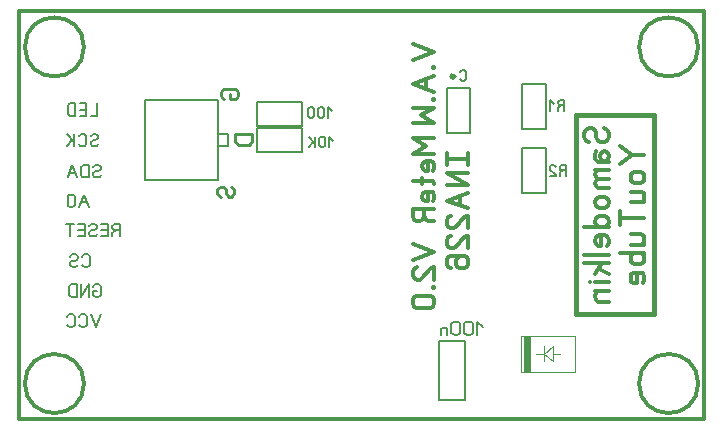
<source format=gbr>
%FSLAX34Y34*%
%MOMM*%
%LNSILK_BOTTOM*%
G71*
G01*
%ADD10C, 0.37*%
%ADD11C, 0.40*%
%ADD12C, 0.15*%
%ADD13C, 0.21*%
%ADD14C, 0.20*%
%ADD15C, 0.25*%
%ADD16C, 0.16*%
%ADD17C, 0.32*%
%ADD18C, 0.30*%
%ADD19C, 0.19*%
%ADD20C, 0.00*%
%LPD*%
G54D10*
X503646Y893035D02*
X506202Y891502D01*
X507480Y888435D01*
X507480Y885369D01*
X506202Y882302D01*
X503646Y880769D01*
X501091Y880769D01*
X498535Y882302D01*
X497257Y885369D01*
X497257Y888435D01*
X495980Y891502D01*
X493424Y893035D01*
X490868Y893035D01*
X488313Y891502D01*
X487035Y888435D01*
X487035Y885369D01*
X488313Y882302D01*
X490868Y880769D01*
G54D10*
X497257Y873612D02*
X495980Y870546D01*
X495980Y866866D01*
X498535Y864412D01*
X507480Y864412D01*
G54D10*
X503646Y864412D02*
X501091Y865946D01*
X500580Y869012D01*
X501091Y872079D01*
X503646Y873612D01*
X506202Y872999D01*
X507480Y870546D01*
X507480Y869012D01*
X507480Y868399D01*
X506202Y865946D01*
X503646Y864412D01*
G54D10*
X507480Y857256D02*
X495980Y857256D01*
G54D10*
X498024Y857256D02*
X495980Y854190D01*
X496746Y851123D01*
X498535Y849590D01*
X507480Y849590D01*
G54D10*
X498024Y849590D02*
X495980Y846523D01*
X496746Y843456D01*
X498535Y841923D01*
X507480Y841923D01*
G54D10*
X504413Y825567D02*
X499302Y825567D01*
X496746Y827101D01*
X495980Y830167D01*
X496746Y833234D01*
X499302Y834767D01*
X504413Y834767D01*
X506968Y833234D01*
X507480Y830167D01*
X506968Y827101D01*
X504413Y825567D01*
G54D10*
X507480Y809211D02*
X487035Y809211D01*
G54D10*
X499302Y809211D02*
X496746Y810745D01*
X495980Y813811D01*
X496746Y816878D01*
X499302Y818411D01*
X504413Y818411D01*
X506969Y816878D01*
X507480Y813811D01*
X506968Y810745D01*
X504413Y809211D01*
G54D10*
X506202Y792855D02*
X507480Y795309D01*
X507480Y798375D01*
X506202Y801442D01*
X503646Y802055D01*
X499302Y802055D01*
X496746Y800522D01*
X495980Y797455D01*
X496746Y794389D01*
X498535Y792855D01*
X501091Y792855D01*
X501091Y802055D01*
G54D10*
X507480Y785699D02*
X487035Y785699D01*
G54D10*
X507480Y778543D02*
X487035Y778543D01*
G54D10*
X499813Y773943D02*
X507480Y769343D01*
G54D10*
X502368Y778543D02*
X495980Y769343D01*
G54D10*
X507480Y762187D02*
X495980Y762187D01*
G54D10*
X492146Y762187D02*
X492146Y762187D01*
G54D10*
X507480Y755031D02*
X495980Y755031D01*
G54D10*
X498535Y755031D02*
X496746Y753498D01*
X495980Y750431D01*
X496746Y747365D01*
X498535Y745831D01*
X507480Y745831D01*
G54D10*
X517198Y877954D02*
X527420Y870288D01*
X537642Y870287D01*
G54D10*
X527420Y870288D02*
X517198Y862621D01*
G54D10*
X534575Y846265D02*
X529464Y846265D01*
X526909Y847798D01*
X526142Y850865D01*
X526909Y853932D01*
X529464Y855465D01*
X534575Y855465D01*
X537131Y853932D01*
X537642Y850865D01*
X537131Y847798D01*
X534575Y846265D01*
G54D10*
X526142Y829909D02*
X537642Y829909D01*
G54D10*
X535087Y829909D02*
X537131Y831443D01*
X537642Y834509D01*
X537131Y837576D01*
X535087Y839109D01*
X526142Y839109D01*
G54D10*
X537642Y816620D02*
X517198Y816620D01*
G54D10*
X517198Y822753D02*
X517198Y810487D01*
G54D10*
X526142Y794130D02*
X537642Y794130D01*
G54D10*
X535086Y794130D02*
X537131Y795664D01*
X537642Y798730D01*
X537131Y801797D01*
X535087Y803330D01*
X526142Y803330D01*
G54D10*
X537642Y786974D02*
X517198Y786974D01*
G54D10*
X529464Y786974D02*
X526909Y785441D01*
X526142Y782374D01*
X526909Y779308D01*
X529464Y777774D01*
X534575Y777774D01*
X537131Y779308D01*
X537642Y782374D01*
X537131Y785441D01*
X534575Y786974D01*
G54D10*
X536364Y761418D02*
X537642Y763872D01*
X537642Y766938D01*
X536364Y770005D01*
X533809Y770618D01*
X529464Y770618D01*
X526909Y769085D01*
X526142Y766018D01*
X526909Y762952D01*
X528698Y761418D01*
X531253Y761418D01*
X531253Y770618D01*
G54D11*
X546248Y904148D02*
X546248Y735873D01*
X479573Y735873D01*
X479573Y904148D01*
X546248Y904148D01*
G54D12*
X363650Y712675D02*
X385650Y712675D01*
X385650Y662675D01*
X363650Y662675D01*
X363650Y712675D01*
G54D13*
X400803Y724743D02*
X396469Y729076D01*
X396469Y717521D01*
G54D13*
X385492Y726910D02*
X385492Y719688D01*
X386359Y718243D01*
X388092Y717521D01*
X389826Y717521D01*
X391559Y718243D01*
X392426Y719688D01*
X392426Y726910D01*
X391559Y728354D01*
X389826Y729076D01*
X388092Y729076D01*
X386359Y728354D01*
X385492Y726910D01*
G54D13*
X374515Y726910D02*
X374515Y719688D01*
X375382Y718243D01*
X377115Y717521D01*
X378849Y717521D01*
X380582Y718243D01*
X381449Y719688D01*
X381449Y726910D01*
X380582Y728354D01*
X378849Y729076D01*
X377115Y729076D01*
X375382Y728354D01*
X374515Y726910D01*
G54D13*
X370472Y717521D02*
X370472Y724021D01*
G54D13*
X370472Y722576D02*
X369605Y723588D01*
X367872Y724021D01*
X366138Y723588D01*
X365272Y722576D01*
X365272Y717521D01*
G54D14*
X177150Y848850D02*
X177150Y916350D01*
X114650Y916350D01*
X114650Y848850D01*
G54D14*
X177150Y848850D02*
X114650Y848850D01*
G54D14*
X177550Y877550D02*
X185050Y877550D01*
X185050Y887550D01*
X177550Y887550D01*
G54D15*
X186641Y921620D02*
X186641Y917353D01*
X191086Y917353D01*
X192864Y918420D01*
X193752Y920553D01*
X193752Y922686D01*
X192864Y924820D01*
X191086Y925886D01*
X182197Y925886D01*
X180419Y924820D01*
X179530Y922686D01*
X179530Y920553D01*
X180419Y918420D01*
X182197Y917353D01*
G54D15*
X205764Y887501D02*
X191541Y887501D01*
X191541Y882168D01*
X192430Y880034D01*
X194208Y878967D01*
X203097Y878967D01*
X204875Y880034D01*
X205764Y882167D01*
X205764Y887501D01*
G54D15*
X187911Y843336D02*
X189689Y842270D01*
X190578Y840136D01*
X190578Y838003D01*
X189689Y835870D01*
X187911Y834803D01*
X186133Y834803D01*
X184355Y835870D01*
X183466Y838003D01*
X183466Y840136D01*
X182577Y842270D01*
X180800Y843336D01*
X179022Y843336D01*
X177244Y842270D01*
X176355Y840136D01*
X176355Y838003D01*
X177244Y835870D01*
X179022Y834803D01*
G54D12*
X247625Y892650D02*
X247625Y872650D01*
X209625Y872650D01*
X209625Y892650D01*
X247625Y892650D01*
G54D16*
X274192Y882327D02*
X270858Y885660D01*
X270858Y876771D01*
G54D16*
X262414Y883993D02*
X262414Y878438D01*
X263081Y877327D01*
X264414Y876771D01*
X265748Y876771D01*
X267081Y877327D01*
X267748Y878438D01*
X267748Y883993D01*
X267081Y885104D01*
X265748Y885660D01*
X264414Y885660D01*
X263081Y885104D01*
X262414Y883993D01*
G54D16*
X259304Y876771D02*
X259304Y885660D01*
G54D16*
X259304Y879549D02*
X253970Y885660D01*
G54D16*
X257304Y881216D02*
X253970Y876771D01*
G54D12*
X247575Y914875D02*
X247575Y894875D01*
X209575Y894875D01*
X209575Y914875D01*
X247575Y914875D01*
G54D16*
X273144Y907309D02*
X269810Y910643D01*
X269810Y901754D01*
G54D16*
X261366Y908976D02*
X261366Y903420D01*
X262033Y902309D01*
X263366Y901754D01*
X264700Y901754D01*
X266033Y902309D01*
X266700Y903420D01*
X266700Y908976D01*
X266033Y910087D01*
X264700Y910643D01*
X263366Y910643D01*
X262033Y910087D01*
X261366Y908976D01*
G54D16*
X252922Y908976D02*
X252922Y903420D01*
X253589Y902309D01*
X254922Y901754D01*
X256256Y901754D01*
X257589Y902309D01*
X258256Y903420D01*
X258256Y908976D01*
X257589Y910087D01*
X256256Y910643D01*
X254922Y910643D01*
X253589Y910087D01*
X252922Y908976D01*
G54D17*
X341989Y964028D02*
X359767Y957361D01*
X341989Y950695D01*
G54D17*
X359767Y943406D02*
X359767Y944473D01*
X358878Y944473D01*
X358878Y943406D01*
X359767Y943406D01*
X359767Y944473D01*
G54D17*
X359767Y937184D02*
X341989Y930517D01*
X359767Y923851D01*
G54D17*
X353100Y934517D02*
X353100Y926517D01*
G54D17*
X359767Y916562D02*
X359767Y917629D01*
X358878Y917629D01*
X358878Y916562D01*
X359767Y916562D01*
X359767Y917629D01*
G54D17*
X341989Y910340D02*
X359767Y910340D01*
X348656Y903673D01*
X359767Y897007D01*
X341989Y897007D01*
G54D17*
X359767Y884296D02*
X341989Y884296D01*
X353100Y877629D01*
X341989Y870963D01*
X359767Y870963D01*
G54D17*
X358656Y856741D02*
X359767Y858874D01*
X359767Y861541D01*
X358656Y864208D01*
X356433Y864741D01*
X352656Y864741D01*
X350433Y863408D01*
X349767Y860741D01*
X350433Y858074D01*
X351989Y856741D01*
X354211Y856741D01*
X354211Y864741D01*
G54D17*
X341989Y847852D02*
X358656Y847852D01*
X359767Y846519D01*
X359322Y845186D01*
G54D17*
X349767Y850519D02*
X349767Y845186D01*
G54D17*
X358656Y830964D02*
X359767Y833097D01*
X359767Y835764D01*
X358656Y838431D01*
X356433Y838964D01*
X352656Y838964D01*
X350433Y837631D01*
X349767Y834964D01*
X350433Y832297D01*
X351989Y830964D01*
X354211Y830964D01*
X354211Y838964D01*
G54D17*
X350878Y819409D02*
X353100Y815409D01*
X355322Y814075D01*
X359767Y814075D01*
G54D17*
X359767Y824742D02*
X341989Y824742D01*
X341989Y818075D01*
X343100Y815409D01*
X345322Y814075D01*
X347544Y814075D01*
X349767Y815409D01*
X350878Y818075D01*
X350878Y824742D01*
G54D17*
X341989Y794875D02*
X359767Y788208D01*
X341989Y781542D01*
G54D17*
X359767Y764653D02*
X359767Y775320D01*
X358656Y775320D01*
X356433Y773987D01*
X349767Y765987D01*
X347544Y764653D01*
X345322Y764653D01*
X343100Y765987D01*
X341989Y768653D01*
X341989Y771320D01*
X343100Y773987D01*
X345322Y775320D01*
G54D17*
X359767Y757364D02*
X359767Y758431D01*
X358878Y758431D01*
X358878Y757364D01*
X359767Y757364D01*
X359767Y758431D01*
G54D17*
X345322Y740475D02*
X356433Y740475D01*
X358656Y741809D01*
X359767Y744475D01*
X359767Y747142D01*
X358656Y749809D01*
X356433Y751142D01*
X345322Y751142D01*
X343100Y749809D01*
X341989Y747142D01*
X341989Y744475D01*
X343100Y741809D01*
X345322Y740475D01*
G54D12*
X454518Y838256D02*
X434518Y838256D01*
X434518Y876256D01*
X454518Y876257D01*
X454518Y838256D01*
G54D16*
X468642Y857070D02*
X466642Y855959D01*
X465976Y854848D01*
X465976Y852626D01*
G54D16*
X471309Y852626D02*
X471309Y861515D01*
X467976Y861515D01*
X466642Y860959D01*
X465976Y859848D01*
X465976Y858737D01*
X466642Y857626D01*
X467976Y857070D01*
X471309Y857070D01*
G54D16*
X457532Y852626D02*
X462865Y852626D01*
X462865Y853181D01*
X462198Y854292D01*
X458198Y857626D01*
X457532Y858737D01*
X457532Y859848D01*
X458198Y860959D01*
X459532Y861515D01*
X460865Y861515D01*
X462198Y860959D01*
X462865Y859848D01*
G54D12*
X434500Y930250D02*
X454500Y930250D01*
X454500Y892250D01*
X434500Y892250D01*
X434500Y930250D01*
G54D16*
X467224Y912171D02*
X465224Y911060D01*
X464557Y909949D01*
X464557Y907726D01*
G54D16*
X469891Y907726D02*
X469891Y916615D01*
X466557Y916615D01*
X465224Y916060D01*
X464557Y914949D01*
X464557Y913838D01*
X465224Y912726D01*
X466557Y912171D01*
X469891Y912171D01*
G54D16*
X461447Y913282D02*
X458113Y916615D01*
X458113Y907726D01*
G54D18*
X8338Y646650D02*
X588337Y646650D01*
X588337Y991650D01*
X8338Y991650D01*
X8338Y646650D01*
G54D18*
G75*
G01X63338Y676650D02*
G03X63338Y676650I-25000J0D01*
G01*
G54D18*
G75*
G01X63337Y961650D02*
G03X63337Y961650I-25000J0D01*
G01*
G54D18*
G75*
G01X583337Y961650D02*
G03X583337Y961650I-25000J0D01*
G01*
G54D18*
G75*
G01X583337Y676650D02*
G03X583337Y676650I-25000J0D01*
G01*
G54D19*
X74601Y913921D02*
X74601Y903255D01*
X69001Y903255D01*
G54D19*
X59668Y903255D02*
X65268Y903255D01*
X65268Y913921D01*
X59668Y913921D01*
G54D19*
X65268Y908588D02*
X59668Y908588D01*
G54D19*
X55935Y903255D02*
X55935Y913921D01*
X51935Y913921D01*
X50335Y913255D01*
X49535Y911921D01*
X49535Y905255D01*
X50335Y903921D01*
X51935Y903255D01*
X55935Y903255D01*
G54D19*
X75492Y879411D02*
X74692Y878077D01*
X73092Y877411D01*
X71492Y877411D01*
X69892Y878077D01*
X69092Y879411D01*
X69092Y880744D01*
X69892Y882077D01*
X71492Y882744D01*
X73092Y882744D01*
X74692Y883411D01*
X75492Y884744D01*
X75492Y886077D01*
X74692Y887411D01*
X73092Y888077D01*
X71492Y888077D01*
X69892Y887411D01*
X69092Y886077D01*
G54D19*
X58960Y879411D02*
X59760Y878077D01*
X61360Y877411D01*
X62960Y877411D01*
X64560Y878077D01*
X65360Y879411D01*
X65360Y886077D01*
X64560Y887411D01*
X62960Y888077D01*
X61360Y888077D01*
X59760Y887411D01*
X58960Y886077D01*
G54D19*
X55226Y877411D02*
X55226Y888077D01*
G54D19*
X55226Y880744D02*
X48826Y888077D01*
G54D19*
X52826Y882744D02*
X48826Y877411D01*
G54D19*
X77718Y853204D02*
X76918Y851870D01*
X75318Y851204D01*
X73718Y851204D01*
X72118Y851870D01*
X71318Y853204D01*
X71318Y854537D01*
X72118Y855870D01*
X73718Y856537D01*
X75318Y856537D01*
X76918Y857204D01*
X77718Y858537D01*
X77718Y859870D01*
X76918Y861204D01*
X75318Y861870D01*
X73718Y861870D01*
X72118Y861204D01*
X71318Y859870D01*
G54D19*
X67586Y851204D02*
X67586Y861870D01*
X63586Y861870D01*
X61986Y861204D01*
X61186Y859870D01*
X61186Y853204D01*
X61986Y851870D01*
X63586Y851204D01*
X67586Y851204D01*
G54D19*
X57452Y851204D02*
X53452Y861870D01*
X49452Y851204D01*
G54D19*
X55852Y855204D02*
X51052Y855204D01*
G54D19*
X67556Y825930D02*
X63556Y836597D01*
X59556Y825930D01*
G54D19*
X65956Y829930D02*
X61156Y829930D01*
G54D19*
X49423Y834597D02*
X49423Y827930D01*
X50223Y826597D01*
X51823Y825930D01*
X53423Y825930D01*
X55023Y826597D01*
X55823Y827930D01*
X55823Y834597D01*
X55023Y835930D01*
X53423Y836597D01*
X51823Y836597D01*
X50223Y835930D01*
X49423Y834597D01*
G54D19*
X90548Y806468D02*
X88148Y805135D01*
X87348Y803801D01*
X87348Y801135D01*
G54D19*
X93748Y801135D02*
X93748Y811801D01*
X89748Y811801D01*
X88148Y811135D01*
X87348Y809801D01*
X87348Y808468D01*
X88148Y807135D01*
X89748Y806468D01*
X93748Y806468D01*
G54D19*
X78014Y801135D02*
X83614Y801135D01*
X83614Y811801D01*
X78014Y811801D01*
G54D19*
X83614Y806468D02*
X78014Y806468D01*
G54D19*
X74282Y803135D02*
X73482Y801801D01*
X71882Y801135D01*
X70282Y801135D01*
X68682Y801801D01*
X67882Y803135D01*
X67882Y804468D01*
X68682Y805801D01*
X70282Y806468D01*
X71882Y806468D01*
X73482Y807135D01*
X74282Y808468D01*
X74282Y809801D01*
X73482Y811135D01*
X71882Y811801D01*
X70282Y811801D01*
X68682Y811135D01*
X67882Y809801D01*
G54D19*
X58548Y801135D02*
X64148Y801135D01*
X64148Y811801D01*
X58548Y811801D01*
G54D19*
X64148Y806468D02*
X58548Y806468D01*
G54D19*
X51616Y801135D02*
X51616Y811801D01*
G54D19*
X54816Y811801D02*
X48416Y811801D01*
G54D19*
X61637Y777300D02*
X62437Y775967D01*
X64037Y775300D01*
X65637Y775300D01*
X67237Y775967D01*
X68037Y777300D01*
X68037Y783967D01*
X67237Y785300D01*
X65637Y785967D01*
X64037Y785967D01*
X62437Y785300D01*
X61637Y783967D01*
G54D19*
X57904Y777300D02*
X57104Y775967D01*
X55504Y775300D01*
X53904Y775300D01*
X52304Y775967D01*
X51504Y777300D01*
X51504Y778633D01*
X52304Y779967D01*
X53904Y780633D01*
X55504Y780633D01*
X57104Y781300D01*
X57904Y782633D01*
X57904Y783967D01*
X57104Y785300D01*
X55504Y785967D01*
X53904Y785967D01*
X52304Y785300D01*
X51504Y783967D01*
G54D19*
X74362Y755233D02*
X71162Y755233D01*
X71162Y751900D01*
X71962Y750567D01*
X73562Y749900D01*
X75162Y749900D01*
X76762Y750567D01*
X77562Y751900D01*
X77562Y758567D01*
X76762Y759900D01*
X75162Y760567D01*
X73562Y760567D01*
X71962Y759900D01*
X71162Y758567D01*
G54D19*
X67429Y749900D02*
X67429Y760567D01*
X61029Y749900D01*
X61029Y760567D01*
G54D19*
X57296Y749900D02*
X57296Y760567D01*
X53296Y760567D01*
X51696Y759900D01*
X50896Y758567D01*
X50896Y751900D01*
X51696Y750567D01*
X53296Y749900D01*
X57296Y749900D01*
G54D19*
X77562Y735167D02*
X73562Y724500D01*
X69562Y735167D01*
G54D19*
X59429Y726500D02*
X60229Y725167D01*
X61829Y724500D01*
X63429Y724500D01*
X65029Y725167D01*
X65829Y726500D01*
X65829Y733167D01*
X65029Y734500D01*
X63429Y735167D01*
X61829Y735167D01*
X60229Y734500D01*
X59429Y733167D01*
G54D19*
X49296Y726500D02*
X50096Y725167D01*
X51696Y724500D01*
X53296Y724500D01*
X54896Y725167D01*
X55696Y726500D01*
X55696Y733167D01*
X54896Y734500D01*
X53296Y735167D01*
X51696Y735167D01*
X50096Y734500D01*
X49296Y733167D01*
G54D17*
X388342Y871953D02*
X388342Y861286D01*
G54D17*
X388342Y866620D02*
X370564Y866620D01*
G54D17*
X370564Y871953D02*
X370564Y861286D01*
G54D17*
X388342Y855064D02*
X370564Y855064D01*
X388342Y844397D01*
X370564Y844397D01*
G54D17*
X388342Y838175D02*
X370564Y831508D01*
X388342Y824842D01*
G54D17*
X381675Y835508D02*
X381675Y827508D01*
G54D17*
X388342Y807953D02*
X388342Y818620D01*
X387231Y818620D01*
X385008Y817287D01*
X378342Y809287D01*
X376120Y807953D01*
X373897Y807953D01*
X371675Y809287D01*
X370564Y811953D01*
X370564Y814620D01*
X371675Y817287D01*
X373897Y818620D01*
G54D17*
X388342Y791064D02*
X388342Y801731D01*
X387231Y801731D01*
X385008Y800398D01*
X378342Y792398D01*
X376120Y791064D01*
X373897Y791064D01*
X371675Y792398D01*
X370564Y795064D01*
X370564Y797731D01*
X371675Y800398D01*
X373897Y801731D01*
G54D17*
X373897Y774175D02*
X371675Y775509D01*
X370564Y778175D01*
X370564Y780842D01*
X371675Y783509D01*
X373897Y784842D01*
X379453Y784842D01*
X380564Y784842D01*
X378342Y780842D01*
X378342Y778175D01*
X379453Y775509D01*
X381675Y774175D01*
X385008Y774175D01*
X387231Y775509D01*
X388342Y778175D01*
X388342Y780842D01*
X387231Y783509D01*
X385008Y784842D01*
X379453Y784842D01*
G54D20*
X433050Y686675D02*
X479050Y686675D01*
X479050Y716675D01*
X433050Y716675D01*
X433050Y686675D01*
G36*
X436050Y716675D02*
X436050Y686675D01*
X441050Y686675D01*
X441050Y716675D01*
X436050Y716675D01*
G37*
G54D20*
X436050Y716675D02*
X436050Y686675D01*
X441050Y686675D01*
X441050Y716675D01*
X436050Y716675D01*
G54D20*
X446050Y701675D02*
X452450Y701675D01*
X452450Y695375D01*
X452450Y708075D01*
X452450Y701675D01*
X460350Y695375D01*
X460350Y708075D01*
X452450Y701675D01*
G54D20*
X460350Y701675D02*
X466750Y701675D01*
G54D12*
X370525Y926949D02*
X390525Y926949D01*
X390525Y888949D01*
X370525Y888949D01*
X370525Y926949D01*
G54D16*
X381532Y934668D02*
X382199Y933556D01*
X383532Y933001D01*
X384866Y933001D01*
X386199Y933556D01*
X386866Y934668D01*
X386866Y940223D01*
X386199Y941334D01*
X384866Y941890D01*
X383532Y941890D01*
X382199Y941334D01*
X381532Y940223D01*
G54D16*
X378422Y936890D02*
X373088Y936890D01*
G54D16*
X375755Y939112D02*
X375755Y934668D01*
G54D16*
X377755Y938556D02*
X373755Y935223D01*
G54D16*
X377755Y935223D02*
X373755Y938556D01*
M02*

</source>
